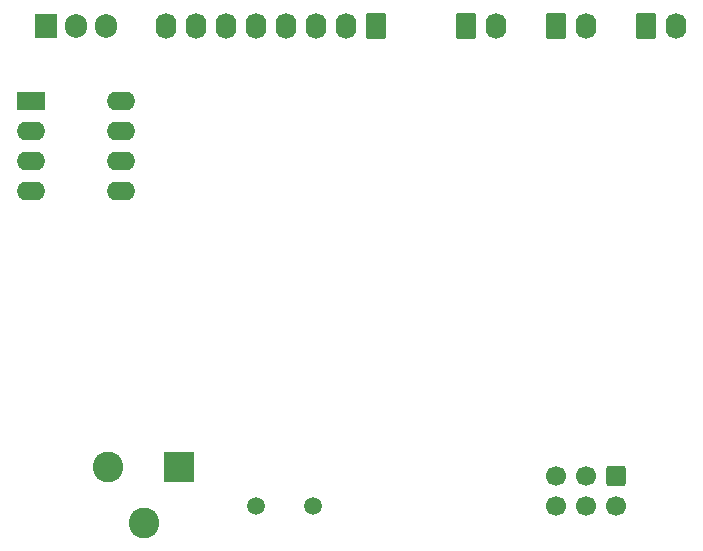
<source format=gbr>
G04 #@! TF.GenerationSoftware,KiCad,Pcbnew,7.0.10*
G04 #@! TF.CreationDate,2024-04-04T22:49:59-05:00*
G04 #@! TF.ProjectId,key,6b65792e-6b69-4636-9164-5f7063625858,rev?*
G04 #@! TF.SameCoordinates,Original*
G04 #@! TF.FileFunction,Soldermask,Bot*
G04 #@! TF.FilePolarity,Negative*
%FSLAX46Y46*%
G04 Gerber Fmt 4.6, Leading zero omitted, Abs format (unit mm)*
G04 Created by KiCad (PCBNEW 7.0.10) date 2024-04-04 22:49:59*
%MOMM*%
%LPD*%
G01*
G04 APERTURE LIST*
G04 Aperture macros list*
%AMRoundRect*
0 Rectangle with rounded corners*
0 $1 Rounding radius*
0 $2 $3 $4 $5 $6 $7 $8 $9 X,Y pos of 4 corners*
0 Add a 4 corners polygon primitive as box body*
4,1,4,$2,$3,$4,$5,$6,$7,$8,$9,$2,$3,0*
0 Add four circle primitives for the rounded corners*
1,1,$1+$1,$2,$3*
1,1,$1+$1,$4,$5*
1,1,$1+$1,$6,$7*
1,1,$1+$1,$8,$9*
0 Add four rect primitives between the rounded corners*
20,1,$1+$1,$2,$3,$4,$5,0*
20,1,$1+$1,$4,$5,$6,$7,0*
20,1,$1+$1,$6,$7,$8,$9,0*
20,1,$1+$1,$8,$9,$2,$3,0*%
G04 Aperture macros list end*
%ADD10RoundRect,0.250000X-0.600000X0.600000X-0.600000X-0.600000X0.600000X-0.600000X0.600000X0.600000X0*%
%ADD11C,1.700000*%
%ADD12R,2.400000X1.600000*%
%ADD13O,2.400000X1.600000*%
%ADD14C,1.500000*%
%ADD15RoundRect,0.250000X0.620000X0.845000X-0.620000X0.845000X-0.620000X-0.845000X0.620000X-0.845000X0*%
%ADD16O,1.740000X2.190000*%
%ADD17R,1.905000X2.000000*%
%ADD18O,1.905000X2.000000*%
%ADD19R,2.600000X2.600000*%
%ADD20C,2.600000*%
%ADD21RoundRect,0.250000X-0.620000X-0.845000X0.620000X-0.845000X0.620000X0.845000X-0.620000X0.845000X0*%
G04 APERTURE END LIST*
D10*
G04 #@! TO.C,J4*
X177800000Y-99060000D03*
D11*
X177800000Y-101600000D03*
X175260000Y-99060000D03*
X175260000Y-101600000D03*
X172720000Y-99060000D03*
X172720000Y-101600000D03*
G04 #@! TD*
D12*
G04 #@! TO.C,U2*
X128280000Y-67320000D03*
D13*
X128280000Y-69860000D03*
X128280000Y-72400000D03*
X128280000Y-74940000D03*
X135900000Y-74940000D03*
X135900000Y-72400000D03*
X135900000Y-69860000D03*
X135900000Y-67320000D03*
G04 #@! TD*
D14*
G04 #@! TO.C,Y1*
X147320000Y-101600000D03*
X152200000Y-101600000D03*
G04 #@! TD*
D15*
G04 #@! TO.C,J5*
X157480000Y-60960000D03*
D16*
X154940000Y-60960000D03*
X152400000Y-60960000D03*
X149860000Y-60960000D03*
X147320000Y-60960000D03*
X144780000Y-60960000D03*
X142240000Y-60960000D03*
X139700000Y-60960000D03*
G04 #@! TD*
D17*
G04 #@! TO.C,Q1*
X129540000Y-60960000D03*
D18*
X132080000Y-60960000D03*
X134620000Y-60960000D03*
G04 #@! TD*
D19*
G04 #@! TO.C,J6*
X140820000Y-98310000D03*
D20*
X134820000Y-98310000D03*
X137820000Y-103010000D03*
G04 #@! TD*
D21*
G04 #@! TO.C,J3*
X165100000Y-60960000D03*
D16*
X167640000Y-60960000D03*
G04 #@! TD*
D21*
G04 #@! TO.C,J1*
X180340000Y-60960000D03*
D16*
X182880000Y-60960000D03*
G04 #@! TD*
D21*
G04 #@! TO.C,J2*
X172720000Y-60960000D03*
D16*
X175260000Y-60960000D03*
G04 #@! TD*
M02*

</source>
